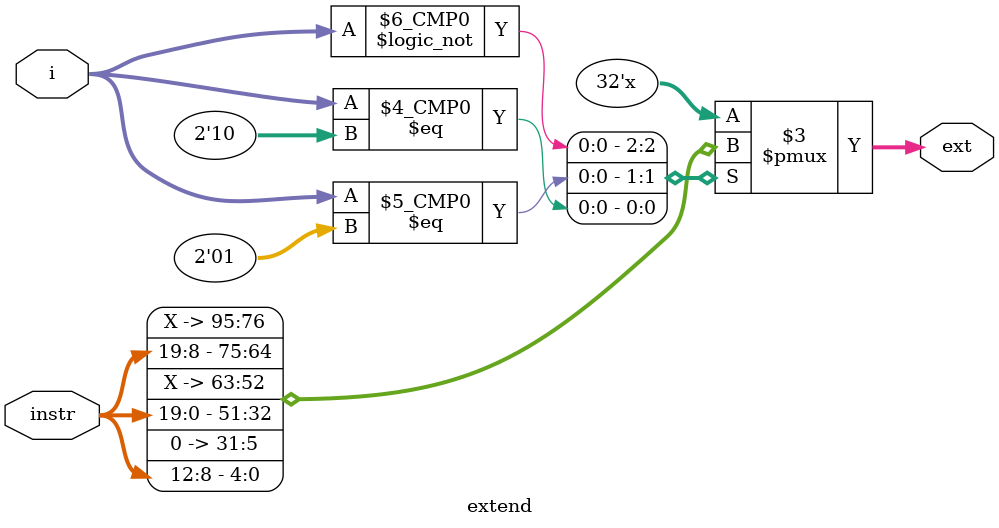
<source format=sv>
module extend (input logic [1:0] i, input logic [19:0] instr, output logic [31:0] ext);
	always_comb
		case(i)
			2'b00: ext = {{20{instr[31]}},instr[19:8]};
			2'b01: ext = {{12{instr[31]}},instr};	
			2'b10: ext = {28'b0,instr[12:8]};
			default: ext = 32'bx;
		endcase
endmodule
</source>
